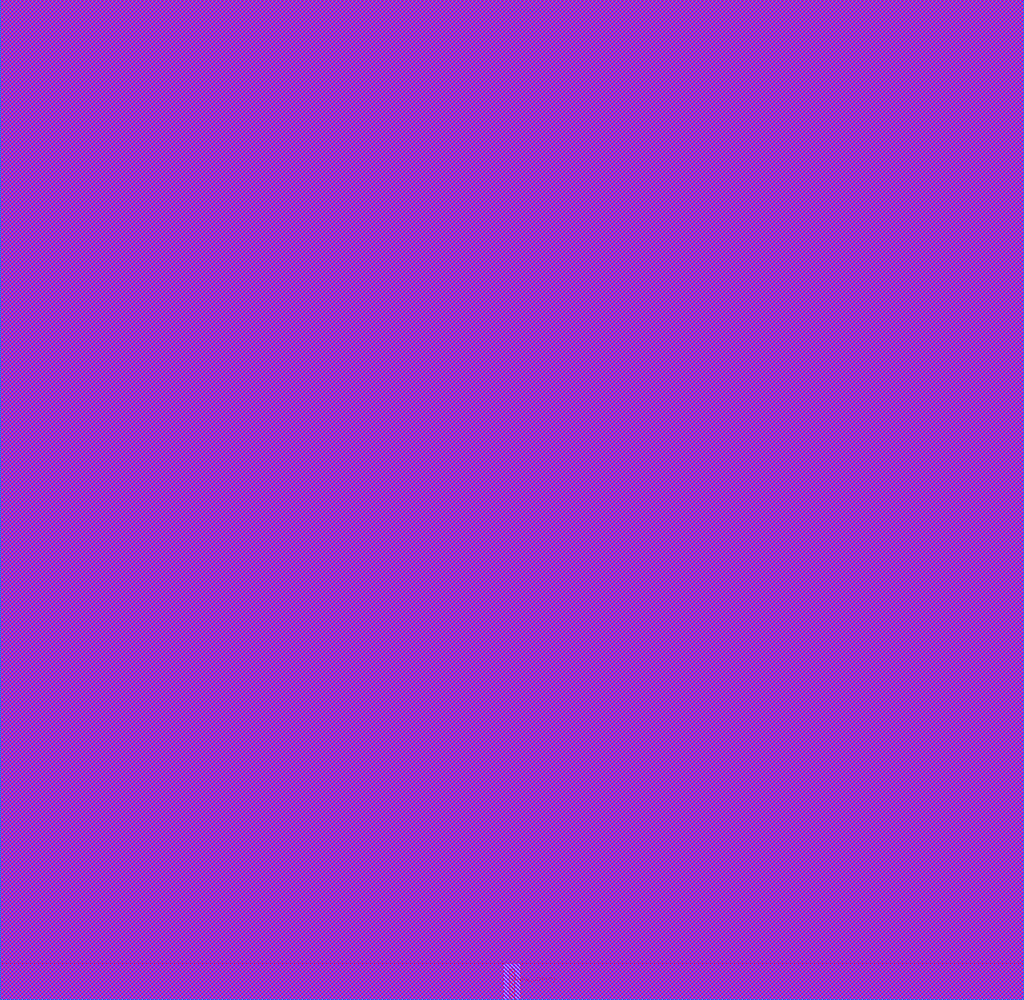
<source format=lef>
##
## LEF for PtnCells ;
## created by Innovus v18.10-p002_1 on Thu Oct  2 16:24:06 2025
##

VERSION 5.8 ;

BUSBITCHARS "[]" ;
DIVIDERCHAR "/" ;

MACRO lfsr4
  CLASS BLOCK ;
  SIZE 17.400000 BY 17.000000 ;
  FOREIGN lfsr4 0.000000 0.000000 ;
  ORIGIN 0 0 ;
  SYMMETRY X Y R90 ;
  PIN clk
    DIRECTION INPUT ;
    USE SIGNAL ;
    PORT
      LAYER M3 ;
        RECT 16.880000 7.650000 17.400000 7.750000 ;
    END
  END clk
  PIN rst
    DIRECTION INPUT ;
    USE SIGNAL ;
    PORT
      LAYER M3 ;
        RECT 0.000000 8.450000 0.520000 8.550000 ;
    END
  END rst
  PIN data_out[3]
    DIRECTION OUTPUT ;
    USE SIGNAL ;
    PORT
      LAYER M2 ;
        RECT 8.450000 16.480000 8.550000 17.000000 ;
    END
  END data_out[3]
  PIN data_out[2]
    DIRECTION OUTPUT ;
    USE SIGNAL ;
    PORT
      LAYER M2 ;
        RECT 8.850000 16.480000 8.950000 17.000000 ;
    END
  END data_out[2]
  PIN data_out[1]
    DIRECTION OUTPUT ;
    USE SIGNAL ;
    PORT
      LAYER M2 ;
        RECT 8.650000 0.000000 8.750000 0.520000 ;
    END
  END data_out[1]
  PIN data_out[0]
    DIRECTION OUTPUT ;
    USE SIGNAL ;
    PORT
      LAYER M4 ;
        RECT 8.650000 0.000000 8.750000 0.520000 ;
    END
  END data_out[0]
  OBS
    LAYER M1 ;
      RECT 0.000000 0.000000 17.400000 17.000000 ;
    LAYER M2 ;
      RECT 9.050000 16.380000 17.400000 17.000000 ;
      RECT 8.650000 16.380000 8.750000 17.000000 ;
      RECT 0.000000 16.380000 8.350000 17.000000 ;
      RECT 0.000000 0.620000 17.400000 16.380000 ;
      RECT 8.850000 0.000000 17.400000 0.620000 ;
      RECT 0.000000 0.000000 8.550000 0.620000 ;
    LAYER M3 ;
      RECT 0.000000 8.650000 17.400000 17.000000 ;
      RECT 0.620000 8.350000 17.400000 8.650000 ;
      RECT 0.000000 7.850000 17.400000 8.350000 ;
      RECT 0.000000 7.550000 16.780000 7.850000 ;
      RECT 0.000000 0.000000 17.400000 7.550000 ;
    LAYER M4 ;
      RECT 0.000000 0.620000 17.400000 17.000000 ;
      RECT 8.850000 0.000000 17.400000 0.620000 ;
      RECT 0.000000 0.000000 8.550000 0.620000 ;
    LAYER M5 ;
      RECT 0.000000 0.000000 17.400000 17.000000 ;
    LAYER M6 ;
      RECT 0.000000 0.000000 17.400000 17.000000 ;
    LAYER M7 ;
      RECT 0.000000 0.000000 17.400000 17.000000 ;
    LAYER M8 ;
      RECT 0.000000 0.000000 17.400000 17.000000 ;
    LAYER M9 ;
      RECT 0.000000 0.000000 17.400000 17.000000 ;
    LAYER AP ;
      RECT 0.000000 0.000000 17.400000 17.000000 ;
  END
END lfsr4

END LIBRARY

</source>
